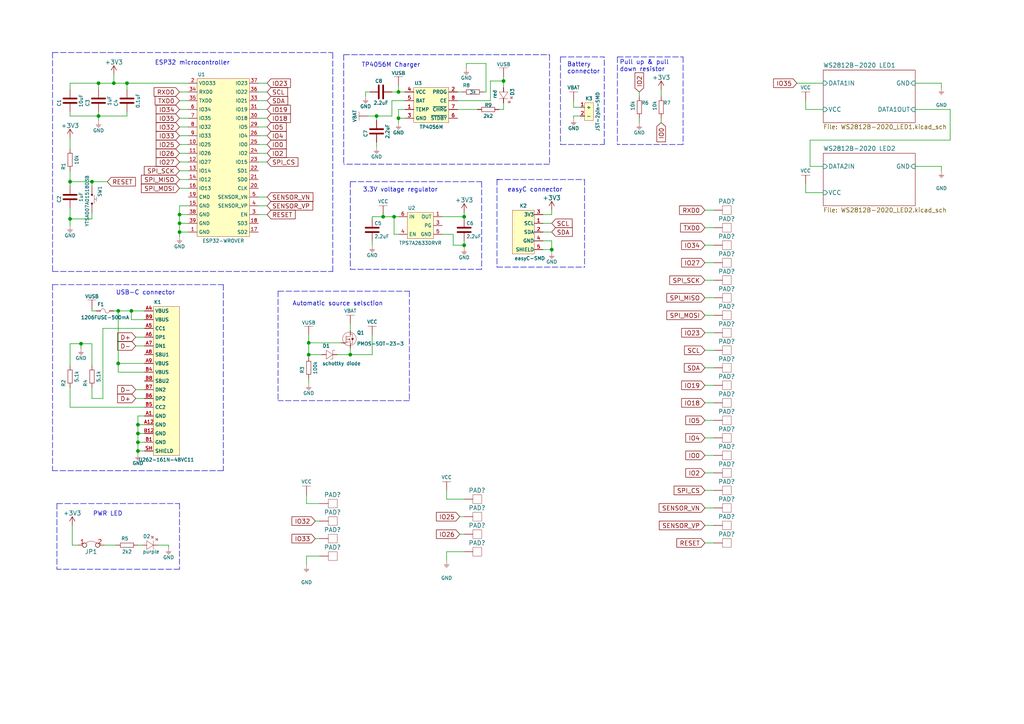
<source format=kicad_sch>
(kicad_sch (version 20210621) (generator eeschema)
  (paper "A4")
  (lib_symbols
    (symbol "e-radionica.com schematics:0402LED" (pin_numbers hide) (pin_names (offset 0.254) hide)
      (property "Reference" "D" (at -0.635 2.54 0))
      (property "Value" "0402LED" (at 0 -2.54 0))
      (symbol "0402LED_1_1"
        (pin passive line (at -1.905 0 0) (length 1.27) (name "A") (number "1"))
        (pin passive line (at 2.54 0 180) (length 1.27) (name "K") (number "2"))
      )
    )
    (symbol "e-radionica.com schematics:0402LED_1" (pin_numbers hide) (pin_names (offset 0.254) hide)
      (property "Reference" "D" (at -0.635 2.54 0))
      (property "Value" "0402LED" (at 0 -2.54 0))
      (symbol "0402LED_1_1_1"
        (pin passive line (at -1.905 0 0) (length 1.27) (name "A") (number "1"))
        (pin passive line (at 2.54 0 180) (length 1.27) (name "K") (number "2"))
      )
    )
    (symbol "e-radionica.com schematics:0402R" (pin_numbers hide) (pin_names (offset 0.254))
      (property "Reference" "R" (at -1.905 1.27 0))
      (property "Value" "0402R" (at 0 -1.27 0))
      (symbol "0402R_1_1"
        (pin passive line (at -3.175 0 0) (length 1.27) (name "~") (number "1"))
        (pin passive line (at 3.175 0 180) (length 1.27) (name "~") (number "2"))
      )
    )
    (symbol "e-radionica.com schematics:0603C" (pin_numbers hide) (pin_names (offset 0.002))
      (property "Reference" "C" (at -0.635 3.175 0))
      (property "Value" "0603C" (at 0 -3.175 0))
      (symbol "0603C_1_1"
        (pin passive line (at -3.175 0 0) (length 2.54) (name "~") (number "1"))
        (pin passive line (at 3.175 0 180) (length 2.54) (name "~") (number "2"))
      )
    )
    (symbol "e-radionica.com schematics:0603C_1" (pin_numbers hide) (pin_names (offset 0.002))
      (property "Reference" "C" (at -0.635 3.175 0))
      (property "Value" "0603C" (at 0 -3.175 0))
      (symbol "0603C_1_1_1"
        (pin passive line (at -3.175 0 0) (length 2.54) (name "~") (number "1"))
        (pin passive line (at 3.175 0 180) (length 2.54) (name "~") (number "2"))
      )
    )
    (symbol "e-radionica.com schematics:0603C_2" (pin_numbers hide) (pin_names (offset 0.002))
      (property "Reference" "C" (at -0.635 3.175 0))
      (property "Value" "0603C" (at 0 -3.175 0))
      (symbol "0603C_2_1_1"
        (pin passive line (at -3.175 0 0) (length 2.54) (name "~") (number "1"))
        (pin passive line (at 3.175 0 180) (length 2.54) (name "~") (number "2"))
      )
    )
    (symbol "e-radionica.com schematics:0603C_3" (pin_numbers hide) (pin_names (offset 0.002))
      (property "Reference" "C" (at -0.635 3.175 0))
      (property "Value" "0603C" (at 0 -3.175 0))
      (symbol "0603C_3_1_1"
        (pin passive line (at -3.175 0 0) (length 2.54) (name "~") (number "1"))
        (pin passive line (at 3.175 0 180) (length 2.54) (name "~") (number "2"))
      )
    )
    (symbol "e-radionica.com schematics:0603R" (pin_numbers hide) (pin_names (offset 0.254))
      (property "Reference" "R" (at -1.905 1.905 0))
      (property "Value" "0603R" (at 0 -1.905 0))
      (symbol "0603R_1_1"
        (pin passive line (at -3.175 0 0) (length 1.27) (name "~") (number "1"))
        (pin passive line (at 3.175 0 180) (length 1.27) (name "~") (number "2"))
      )
    )
    (symbol "e-radionica.com schematics:0603R_1" (pin_numbers hide) (pin_names (offset 0.254))
      (property "Reference" "R" (at -1.905 1.905 0))
      (property "Value" "0603R" (at 0 -1.905 0))
      (symbol "0603R_1_1_1"
        (pin passive line (at -3.175 0 0) (length 1.27) (name "~") (number "1"))
        (pin passive line (at 3.175 0 180) (length 1.27) (name "~") (number "2"))
      )
    )
    (symbol "e-radionica.com schematics:0603R_2" (pin_numbers hide) (pin_names (offset 0.254))
      (property "Reference" "R" (at -1.905 1.905 0))
      (property "Value" "0603R" (at 0 -1.905 0))
      (symbol "0603R_2_1_1"
        (pin passive line (at -3.175 0 0) (length 1.27) (name "~") (number "1"))
        (pin passive line (at 3.175 0 180) (length 1.27) (name "~") (number "2"))
      )
    )
    (symbol "e-radionica.com schematics:0603R_3" (pin_numbers hide) (pin_names (offset 0.254))
      (property "Reference" "R" (at -1.905 1.905 0))
      (property "Value" "0603R" (at 0 -1.905 0))
      (symbol "0603R_3_1_1"
        (pin passive line (at -3.175 0 0) (length 1.27) (name "~") (number "1"))
        (pin passive line (at 3.175 0 180) (length 1.27) (name "~") (number "2"))
      )
    )
    (symbol "e-radionica.com schematics:1206C" (pin_numbers hide)
      (property "Reference" "C" (at -0.635 3.175 0))
      (property "Value" "1206C" (at 0 -3.175 0))
      (symbol "1206C_1_1"
        (pin passive line (at -3.175 0 0) (length 2.54) (name "~") (number "1"))
        (pin passive line (at 3.175 0 180) (length 2.54) (name "~") (number "2"))
      )
    )
    (symbol "e-radionica.com schematics:1206FUSE" (pin_numbers hide) (pin_names hide)
      (property "Reference" "F" (at -1.27 1.905 0))
      (property "Value" "1206FUSE" (at 0 -1.905 0))
      (symbol "1206FUSE_1_1"
        (pin passive line (at -2.54 0 0) (length 1.27) (name "~") (number "1"))
        (pin passive line (at 2.54 0 180) (length 1.27) (name "~") (number "2"))
      )
    )
    (symbol "e-radionica.com schematics:BAT20J" (pin_numbers hide) (pin_names hide)
      (property "Reference" "D" (at 0 2.54 0))
      (property "Value" "BAT20J" (at 0 -2.54 0))
      (symbol "BAT20J_1_1"
        (pin passive line (at -1.905 0 0) (length 1.27) (name "A") (number "1"))
        (pin passive line (at 2.54 0 180) (length 1.27) (name "K") (number "2"))
      )
    )
    (symbol "e-radionica.com schematics:ESP32-WROVER"
      (property "Reference" "U" (at -6.35 25.4 0))
      (property "Value" "ESP32-WROVER" (at 0 -22.86 0))
      (symbol "ESP32-WROVER_1_1"
        (pin power_in line (at -10.16 -20.32 0) (length 2.54) (name "GND") (number "1"))
        (pin bidirectional line (at -10.16 5.08 0) (length 2.54) (name "IO25") (number "10"))
        (pin bidirectional line (at -10.16 2.54 0) (length 2.54) (name "IO26") (number "11"))
        (pin bidirectional line (at -10.16 0 0) (length 2.54) (name "IO27") (number "12"))
        (pin bidirectional line (at -10.16 -2.54 0) (length 2.54) (name "IO14") (number "13"))
        (pin bidirectional line (at -10.16 -5.08 0) (length 2.54) (name "IO12") (number "14"))
        (pin power_in line (at -10.16 -12.7 0) (length 2.54) (name "GND") (number "15"))
        (pin bidirectional line (at -10.16 -7.62 0) (length 2.54) (name "IO13") (number "16"))
        (pin bidirectional line (at 10.16 -20.32 180) (length 2.54) (name "SD2") (number "17"))
        (pin bidirectional line (at 10.16 -17.78 180) (length 2.54) (name "SD3") (number "18"))
        (pin bidirectional line (at -10.16 -10.16 0) (length 2.54) (name "CMD") (number "19"))
        (pin power_in line (at -10.16 22.86 0) (length 2.54) (name "VDD33") (number "2"))
        (pin bidirectional line (at 10.16 -7.62 180) (length 2.54) (name "CLK") (number "20"))
        (pin bidirectional line (at 10.16 -5.08 180) (length 2.54) (name "SD0") (number "21"))
        (pin bidirectional line (at 10.16 -2.54 180) (length 2.54) (name "SD1") (number "22"))
        (pin bidirectional line (at 10.16 0 180) (length 2.54) (name "IO15") (number "23"))
        (pin bidirectional line (at 10.16 2.54 180) (length 2.54) (name "IO2") (number "24"))
        (pin bidirectional line (at 10.16 5.08 180) (length 2.54) (name "IO0") (number "25"))
        (pin bidirectional line (at 10.16 7.62 180) (length 2.54) (name "IO4") (number "26"))
        (pin bidirectional line (at 10.16 10.16 180) (length 2.54) (name "IO5") (number "29"))
        (pin bidirectional line (at 10.16 -15.24 180) (length 2.54) (name "EN") (number "3"))
        (pin bidirectional line (at 10.16 12.7 180) (length 2.54) (name "IO18") (number "30"))
        (pin bidirectional line (at 10.16 15.24 180) (length 2.54) (name "IO19") (number "31"))
        (pin bidirectional line (at 10.16 17.78 180) (length 2.54) (name "IO21") (number "33"))
        (pin bidirectional line (at -10.16 20.32 0) (length 2.54) (name "RXD0") (number "34"))
        (pin bidirectional line (at -10.16 17.78 0) (length 2.54) (name "TXD0") (number "35"))
        (pin bidirectional line (at 10.16 20.32 180) (length 2.54) (name "IO22") (number "36"))
        (pin bidirectional line (at 10.16 22.86 180) (length 2.54) (name "IO23") (number "37"))
        (pin power_in line (at -10.16 -15.24 0) (length 2.54) (name "GND") (number "38"))
        (pin power_in line (at -10.16 -17.78 0) (length 2.54) (name "GND") (number "39"))
        (pin bidirectional line (at 10.16 -12.7 180) (length 2.54) (name "SENSOR_VP") (number "4"))
        (pin bidirectional line (at 10.16 -10.16 180) (length 2.54) (name "SENSOR_VN") (number "5"))
        (pin bidirectional line (at -10.16 15.24 0) (length 2.54) (name "IO34") (number "6"))
        (pin bidirectional line (at -10.16 12.7 0) (length 2.54) (name "IO35") (number "7"))
        (pin bidirectional line (at -10.16 10.16 0) (length 2.54) (name "IO32") (number "8"))
        (pin bidirectional line (at -10.16 7.62 0) (length 2.54) (name "IO33") (number "9"))
      )
    )
    (symbol "e-radionica.com schematics:GND" (power) (pin_names (offset 0))
      (property "Value" "GND" (at 0 -2.921 0))
      (symbol "GND_1_1"
        (pin power_in line (at 0 0 270) (length 0) hide (name "GND") (number "1"))
      )
    )
    (symbol "e-radionica.com schematics:GND_1" (power) (pin_names (offset 0))
      (property "Value" "GND" (at 0 -2.921 0))
      (symbol "GND_1_1_1"
        (pin power_in line (at 0 0 270) (length 0) hide (name "GND") (number "1"))
      )
    )
    (symbol "e-radionica.com schematics:GND_2" (power) (pin_names (offset 0))
      (property "Value" "GND" (at 0 -2.921 0))
      (symbol "GND_2_1_1"
        (pin power_in line (at 0 0 270) (length 0) hide (name "GND") (number "1"))
      )
    )
    (symbol "e-radionica.com schematics:GND_3" (power) (pin_names (offset 0))
      (property "Value" "GND" (at 0 -2.921 0))
      (symbol "GND_3_1_1"
        (pin power_in line (at 0 0 270) (length 0) hide (name "GND") (number "1"))
      )
    )
    (symbol "e-radionica.com schematics:GND_4" (power) (pin_names (offset 0))
      (property "Value" "GND" (at 0 -2.921 0))
      (symbol "GND_4_1_1"
        (pin power_in line (at 0 0 270) (length 0) hide (name "GND") (number "1"))
      )
    )
    (symbol "e-radionica.com schematics:GND_5" (power) (pin_names (offset 0))
      (property "Value" "GND" (at 0 -2.921 0))
      (symbol "GND_5_1_1"
        (pin power_in line (at 0 0 270) (length 0) hide (name "GND") (number "1"))
      )
    )
    (symbol "e-radionica.com schematics:GND_6" (power) (pin_names (offset 0))
      (property "Value" "GND" (at 0 -2.921 0))
      (symbol "GND_6_1_1"
        (pin power_in line (at 0 0 270) (length 0) hide (name "GND") (number "1"))
      )
    )
    (symbol "e-radionica.com schematics:GND_7" (power) (pin_names (offset 0))
      (property "Value" "GND" (at 0 -2.921 0))
      (symbol "GND_7_1_1"
        (pin power_in line (at 0 0 270) (length 0) hide (name "GND") (number "1"))
      )
    )
    (symbol "e-radionica.com schematics:GND_8" (power) (pin_names (offset 0))
      (property "Value" "GND" (at 0 -2.921 0))
      (symbol "GND_8_1_1"
        (pin power_in line (at 0 0 270) (length 0) hide (name "GND") (number "1"))
      )
    )
    (symbol "e-radionica.com schematics:GND_9" (power) (pin_names (offset 0))
      (property "Value" "GND" (at 0 -2.921 0))
      (symbol "GND_9_1_1"
        (pin power_in line (at 0 0 270) (length 0) hide (name "GND") (number "1"))
      )
    )
    (symbol "e-radionica.com schematics:JST-2pin-SMD"
      (property "Reference" "K" (at -1.27 5.08 0))
      (property "Value" "JST-2pin-SMD" (at 0 -2.54 0))
      (symbol "JST-2pin-SMD_1_1"
        (pin passive line (at 1.27 0 180) (length 1.27) (name "+") (number "1"))
        (pin passive line (at 1.27 2.54 180) (length 1.27) (name "-") (number "2"))
      )
    )
    (symbol "e-radionica.com schematics:PAD_2x1.5" (pin_numbers hide) (pin_names hide)
      (property "Reference" "PAD" (at 0 2.54 0))
      (property "Value" "PAD_2x1.5" (at 0 -2.54 0))
      (symbol "PAD_2x1.5_1_1"
        (pin passive line (at -3.81 0 0) (length 2.54) (name "~") (number "1"))
      )
    )
    (symbol "e-radionica.com schematics:PMOS-SOT-23-3" (pin_numbers hide) (pin_names hide)
      (property "Reference" "Q" (at -0.762 3.302 0))
      (property "Value" "PMOS-SOT-23-3" (at 0.381 -4.064 0))
      (symbol "PMOS-SOT-23-3_1_1"
        (pin passive line (at -1.27 -1.016 0) (length 1.27) (name "G") (number "1"))
        (pin passive line (at 1.27 -2.54 90) (length 1.27) (name "S") (number "2"))
        (pin passive line (at 1.27 2.54 270) (length 1.27) (name "D") (number "3"))
      )
    )
    (symbol "e-radionica.com schematics:SMD-JUMPER-CONNECTED_TRACE_SLODERMASK"
      (property "Reference" "JP" (at 0 3.556 0))
      (property "Value" "SMD-JUMPER-CONNECTED_TRACE_SLODERMASK" (at 0 -2.54 0))
      (symbol "SMD-JUMPER-CONNECTED_TRACE_SLODERMASK_1_1"
        (pin passive inverted (at -4.064 0 0) (length 2.54) (name "") (number "1"))
        (pin passive inverted (at 3.556 0 180) (length 2.54) (name "") (number "2"))
      )
    )
    (symbol "e-radionica.com schematics:TP4056M"
      (property "Reference" "U" (at -3.81 5.08 0))
      (property "Value" "TP4056M" (at 0 -7.62 0))
      (symbol "TP4056M_1_1"
        (pin passive line (at -7.62 -2.54 0) (length 2.54) (name "TEMP") (number "1"))
        (pin passive line (at 7.62 2.54 180) (length 2.54) (name "PROG") (number "2"))
        (pin passive line (at -7.62 -5.08 0) (length 2.54) (name "GND") (number "3"))
        (pin passive line (at -7.62 2.54 0) (length 2.54) (name "VCC") (number "4"))
        (pin passive line (at -7.62 0 0) (length 2.54) (name "BAT") (number "5"))
        (pin passive line (at 7.62 -5.08 180) (length 2.54) (name "~{STDBY}") (number "6"))
        (pin passive line (at 7.62 -2.54 180) (length 2.54) (name "~{CHRG}") (number "7"))
        (pin passive line (at 7.62 0 180) (length 2.54) (name "CE") (number "8"))
      )
    )
    (symbol "e-radionica.com schematics:TPS7A2633DRVR"
      (property "Reference" "U" (at -3.175 5.08 0))
      (property "Value" "TPS7A2633DRVR" (at 0 -5.08 0))
      (symbol "TPS7A2633DRVR_1_1"
        (pin passive line (at 6.35 2.54 180) (length 2.54) (name "OUT") (number "1"))
        (pin passive line (at 6.35 0 180) (length 2.54) (name "PG") (number "3"))
        (pin passive line (at -6.35 -2.54 0) (length 2.54) (name "EN") (number "4"))
        (pin passive line (at 6.35 -2.54 180) (length 2.54) (name "GND") (number "5"))
        (pin passive line (at -6.35 2.54 0) (length 2.54) (name "IN") (number "6"))
      )
    )
    (symbol "e-radionica.com schematics:U262-161N-4BVC11"
      (property "Reference" "K" (at 0 22.86 0))
      (property "Value" "U262-161N-4BVC11" (at 2.54 -22.86 0))
      (symbol "U262-161N-4BVC11_1_1"
        (pin passive line (at -3.81 -10.16 0) (length 2.54) (name "GND") (number "A1"))
        (pin passive line (at -3.81 -12.7 0) (length 2.54) (name "GND") (number "A12"))
        (pin passive line (at -3.81 20.32 0) (length 2.54) (name "VBUS") (number "A4"))
        (pin passive line (at -3.81 15.24 0) (length 2.54) (name "CC1") (number "A5"))
        (pin passive line (at -3.81 12.7 0) (length 2.54) (name "DP1") (number "A6"))
        (pin passive line (at -3.81 10.16 0) (length 2.54) (name "DN1") (number "A7"))
        (pin passive line (at -3.81 7.62 0) (length 2.54) (name "SBU1") (number "A8"))
        (pin passive line (at -3.81 5.08 0) (length 2.54) (name "VBUS") (number "A9"))
        (pin passive line (at -3.81 -17.78 0) (length 2.54) (name "GND") (number "B1"))
        (pin passive line (at -3.81 -15.24 0) (length 2.54) (name "GND") (number "B12"))
        (pin passive line (at -3.81 2.54 0) (length 2.54) (name "VBUS") (number "B4"))
        (pin passive line (at -3.81 -7.62 0) (length 2.54) (name "CC2") (number "B5"))
        (pin passive line (at -3.81 -5.08 0) (length 2.54) (name "DP2") (number "B6"))
        (pin passive line (at -3.81 -2.54 0) (length 2.54) (name "DN2") (number "B7"))
        (pin passive line (at -3.81 0 0) (length 2.54) (name "SBU2") (number "B8"))
        (pin passive line (at -3.81 17.78 0) (length 2.54) (name "VBUS") (number "B9"))
        (pin passive line (at -3.81 -20.32 0) (length 2.54) (name "SHIELD") (number "SH"))
      )
    )
    (symbol "e-radionica.com schematics:VBAT" (power) (pin_names (offset 0))
      (property "Value" "VBAT" (at 0 3.556 0))
      (symbol "VBAT_1_1"
        (pin power_in line (at 0 0 90) (length 0) hide (name "VBAT") (number "1"))
      )
    )
    (symbol "e-radionica.com schematics:VCC" (power) (pin_names (offset 0))
      (property "Value" "VCC" (at 0 3.556 0))
      (symbol "VCC_1_1"
        (pin power_in line (at 0 0 90) (length 0) hide (name "VCC") (number "1"))
      )
    )
    (symbol "e-radionica.com schematics:VCC_1" (power) (pin_names (offset 0))
      (property "Value" "VCC" (at 0 3.556 0))
      (symbol "VCC_1_1_1"
        (pin power_in line (at 0 0 90) (length 0) hide (name "VCC") (number "1"))
      )
    )
    (symbol "e-radionica.com schematics:VCC_2" (power) (pin_names (offset 0))
      (property "Value" "VCC" (at 0 3.556 0))
      (symbol "VCC_2_1_1"
        (pin power_in line (at 0 0 90) (length 0) hide (name "VCC") (number "1"))
      )
    )
    (symbol "e-radionica.com schematics:VCC_3" (power) (pin_names (offset 0))
      (property "Value" "VCC" (at 0 3.556 0))
      (symbol "VCC_3_1_1"
        (pin power_in line (at 0 0 90) (length 0) hide (name "VCC") (number "1"))
      )
    )
    (symbol "e-radionica.com schematics:VUSB" (power) (pin_names (offset 0))
      (property "Value" "VUSB" (at 0 3.556 0))
      (symbol "VUSB_1_1"
        (pin power_in line (at 0 0 90) (length 0) hide (name "VUSB") (number "1"))
      )
    )
    (symbol "e-radionica.com schematics:VUSB_2" (power) (pin_names (offset 0))
      (property "Value" "VUSB" (at 0 3.556 0))
      (symbol "VUSB_2_1_1"
        (pin power_in line (at 0 0 90) (length 0) hide (name "VUSB") (number "1"))
      )
    )
    (symbol "e-radionica.com schematics:VUSB_4" (power) (pin_names (offset 0))
      (property "Value" "VUSB" (at 0 3.556 0))
      (symbol "VUSB_4_1_1"
        (pin power_in line (at 0 0 90) (length 0) hide (name "VUSB") (number "1"))
      )
    )
    (symbol "e-radionica.com schematics:YTSA007A0151803B" (pin_numbers hide) (pin_names hide)
      (property "Reference" "SW" (at -1.016 2.286 0))
      (property "Value" "YTSA007A0151803B" (at 1.778 -2.032 0))
      (symbol "YTSA007A0151803B_1_1"
        (pin passive line (at -2.54 0 0) (length 2.54) (name "~") (number "1"))
        (pin passive line (at 5.08 0 180) (length 2.54) (name "~") (number "2"))
      )
    )
    (symbol "e-radionica.com schematics:easyC-SMD" (pin_names (offset 0.002))
      (property "Reference" "K" (at -2.54 10.16 0))
      (property "Value" "easyC-SMD" (at 0 -5.08 0))
      (symbol "easyC-SMD_1_1"
        (pin passive line (at 5.715 5.08 180) (length 2.54) (name "SCL") (number "1"))
        (pin passive line (at 5.715 2.54 180) (length 2.54) (name "SDA") (number "2"))
        (pin passive line (at 5.715 7.62 180) (length 2.54) (name "3V3") (number "3"))
        (pin passive line (at 5.715 0 180) (length 2.54) (name "GND") (number "4"))
        (pin passive line (at 5.715 -2.54 180) (length 2.54) (name "SHIELD") (number "5"))
      )
    )
    (symbol "power:+3V3" (power) (pin_names (offset 0))
      (property "Value" "+3V3" (at 0 3.556 0))
      (symbol "+3V3_1_1"
        (pin power_in line (at 0 0 90) (length 0) hide (name "+3V3") (number "1"))
      )
    )
  )
  (junction (at 20.32 52.705) (diameter 0.9144))
  (junction (at 20.32 63.5) (diameter 0.9144))
  (junction (at 23.495 99.695) (diameter 0.9144))
  (junction (at 26.67 52.705) (diameter 0.9144))
  (junction (at 28.575 24.13) (diameter 0.9144))
  (junction (at 28.575 33.655) (diameter 0.9144))
  (junction (at 33.02 24.13) (diameter 0.9144))
  (junction (at 34.29 90.17) (diameter 0.9144))
  (junction (at 34.29 105.41) (diameter 0.9144))
  (junction (at 36.83 24.13) (diameter 0.9144))
  (junction (at 38.1 90.17) (diameter 0.9144))
  (junction (at 40.005 123.19) (diameter 0.9144))
  (junction (at 40.005 125.73) (diameter 0.9144))
  (junction (at 40.005 128.27) (diameter 0.9144))
  (junction (at 40.005 130.81) (diameter 0.9144))
  (junction (at 52.07 62.23) (diameter 0.9144))
  (junction (at 52.07 64.77) (diameter 0.9144))
  (junction (at 52.07 67.31) (diameter 0.9144))
  (junction (at 89.535 99.441) (diameter 0.9144))
  (junction (at 89.535 102.87) (diameter 0.9144))
  (junction (at 101.6 102.87) (diameter 0.9144))
  (junction (at 109.22 33.655) (diameter 0.9144))
  (junction (at 111.125 62.865) (diameter 0.9144))
  (junction (at 114.3 62.865) (diameter 0.9144))
  (junction (at 115.57 26.67) (diameter 0.9144))
  (junction (at 115.57 34.29) (diameter 0.9144))
  (junction (at 134.62 62.865) (diameter 0.9144))
  (junction (at 134.62 71.12) (diameter 0.9144))
  (junction (at 146.05 23.495) (diameter 0.9144))
  (junction (at 160.02 72.39) (diameter 0.9144))
  (wire (pts (xy 20.32 24.13) (xy 28.575 24.13)))
  (wire (pts (xy 20.32 26.035) (xy 20.32 24.13)))
  (wire (pts (xy 20.32 32.385) (xy 20.32 33.655)))
  (wire (pts (xy 20.32 33.655) (xy 28.575 33.655)))
  (wire (pts (xy 20.32 40.005) (xy 20.32 43.18)))
  (wire (pts (xy 20.32 49.53) (xy 20.32 52.705)))
  (wire (pts (xy 20.32 52.705) (xy 20.32 53.975)))
  (wire (pts (xy 20.32 52.705) (xy 26.67 52.705)))
  (wire (pts (xy 20.32 60.325) (xy 20.32 63.5)))
  (wire (pts (xy 20.32 63.5) (xy 20.32 65.405)))
  (wire (pts (xy 20.32 63.5) (xy 26.67 63.5)))
  (wire (pts (xy 20.32 99.695) (xy 20.32 106.045)))
  (wire (pts (xy 20.32 99.695) (xy 23.495 99.695)))
  (wire (pts (xy 20.32 112.395) (xy 20.32 118.11)))
  (wire (pts (xy 20.955 158.115) (xy 20.955 152.4)))
  (wire (pts (xy 22.606 158.115) (xy 20.955 158.115)))
  (wire (pts (xy 23.495 99.695) (xy 23.495 100.965)))
  (wire (pts (xy 23.495 99.695) (xy 26.67 99.695)))
  (wire (pts (xy 26.67 52.705) (xy 26.67 53.975)))
  (wire (pts (xy 26.67 52.705) (xy 31.115 52.705)))
  (wire (pts (xy 26.67 61.595) (xy 26.67 63.5)))
  (wire (pts (xy 26.67 90.17) (xy 26.67 89.535)))
  (wire (pts (xy 26.67 99.695) (xy 26.67 106.045)))
  (wire (pts (xy 26.67 112.395) (xy 26.67 115.57)))
  (wire (pts (xy 26.67 115.57) (xy 29.845 115.57)))
  (wire (pts (xy 27.94 90.17) (xy 26.67 90.17)))
  (wire (pts (xy 28.575 24.13) (xy 28.575 26.035)))
  (wire (pts (xy 28.575 24.13) (xy 33.02 24.13)))
  (wire (pts (xy 28.575 32.385) (xy 28.575 33.655)))
  (wire (pts (xy 28.575 33.655) (xy 28.575 34.925)))
  (wire (pts (xy 28.575 33.655) (xy 36.83 33.655)))
  (wire (pts (xy 29.845 95.25) (xy 41.91 95.25)))
  (wire (pts (xy 29.845 115.57) (xy 29.845 95.25)))
  (wire (pts (xy 30.226 158.115) (xy 33.655 158.115)))
  (wire (pts (xy 33.02 21.59) (xy 33.02 24.13)))
  (wire (pts (xy 33.02 24.13) (xy 36.83 24.13)))
  (wire (pts (xy 33.02 90.17) (xy 34.29 90.17)))
  (wire (pts (xy 34.29 90.17) (xy 38.1 90.17)))
  (wire (pts (xy 34.29 105.41) (xy 34.29 90.17)))
  (wire (pts (xy 34.29 105.41) (xy 34.29 107.95)))
  (wire (pts (xy 34.29 105.41) (xy 41.91 105.41)))
  (wire (pts (xy 36.83 24.13) (xy 36.83 26.035)))
  (wire (pts (xy 36.83 24.13) (xy 54.61 24.13)))
  (wire (pts (xy 36.83 32.385) (xy 36.83 33.655)))
  (wire (pts (xy 38.1 90.17) (xy 41.91 90.17)))
  (wire (pts (xy 38.1 92.71) (xy 38.1 90.17)))
  (wire (pts (xy 39.37 97.79) (xy 41.91 97.79)))
  (wire (pts (xy 39.37 100.33) (xy 41.91 100.33)))
  (wire (pts (xy 39.37 113.03) (xy 41.91 113.03)))
  (wire (pts (xy 39.37 115.57) (xy 41.91 115.57)))
  (wire (pts (xy 40.005 120.65) (xy 40.005 123.19)))
  (wire (pts (xy 40.005 123.19) (xy 40.005 125.73)))
  (wire (pts (xy 40.005 123.19) (xy 41.91 123.19)))
  (wire (pts (xy 40.005 125.73) (xy 40.005 128.27)))
  (wire (pts (xy 40.005 125.73) (xy 41.91 125.73)))
  (wire (pts (xy 40.005 128.27) (xy 40.005 130.81)))
  (wire (pts (xy 40.005 128.27) (xy 41.91 128.27)))
  (wire (pts (xy 40.005 130.81) (xy 40.005 131.445)))
  (wire (pts (xy 40.005 158.115) (xy 41.275 158.115)))
  (wire (pts (xy 41.91 92.71) (xy 38.1 92.71)))
  (wire (pts (xy 41.91 107.95) (xy 34.29 107.95)))
  (wire (pts (xy 41.91 118.11) (xy 20.32 118.11)))
  (wire (pts (xy 41.91 120.65) (xy 40.005 120.65)))
  (wire (pts (xy 41.91 130.81) (xy 40.005 130.81)))
  (wire (pts (xy 45.72 158.115) (xy 48.895 158.115)))
  (wire (pts (xy 48.895 158.115) (xy 48.895 158.75)))
  (wire (pts (xy 52.07 26.67) (xy 54.61 26.67)))
  (wire (pts (xy 52.07 29.21) (xy 54.61 29.21)))
  (wire (pts (xy 52.07 31.75) (xy 54.61 31.75)))
  (wire (pts (xy 52.07 34.29) (xy 54.61 34.29)))
  (wire (pts (xy 52.07 36.83) (xy 54.61 36.83)))
  (wire (pts (xy 52.07 39.37) (xy 54.61 39.37)))
  (wire (pts (xy 52.07 41.91) (xy 54.61 41.91)))
  (wire (pts (xy 52.07 44.45) (xy 54.61 44.45)))
  (wire (pts (xy 52.07 46.99) (xy 54.61 46.99)))
  (wire (pts (xy 52.07 49.53) (xy 54.61 49.53)))
  (wire (pts (xy 52.07 52.07) (xy 54.61 52.07)))
  (wire (pts (xy 52.07 54.61) (xy 54.61 54.61)))
  (wire (pts (xy 52.07 59.69) (xy 54.61 59.69)))
  (wire (pts (xy 52.07 62.23) (xy 52.07 59.69)))
  (wire (pts (xy 52.07 62.23) (xy 54.61 62.23)))
  (wire (pts (xy 52.07 64.77) (xy 52.07 62.23)))
  (wire (pts (xy 52.07 64.77) (xy 54.61 64.77)))
  (wire (pts (xy 52.07 67.31) (xy 52.07 64.77)))
  (wire (pts (xy 52.07 67.31) (xy 54.61 67.31)))
  (wire (pts (xy 52.07 68.58) (xy 52.07 67.31)))
  (wire (pts (xy 74.93 24.13) (xy 77.47 24.13)))
  (wire (pts (xy 74.93 26.67) (xy 77.47 26.67)))
  (wire (pts (xy 74.93 29.21) (xy 77.47 29.21)))
  (wire (pts (xy 74.93 31.75) (xy 77.47 31.75)))
  (wire (pts (xy 74.93 34.29) (xy 77.47 34.29)))
  (wire (pts (xy 74.93 36.83) (xy 77.47 36.83)))
  (wire (pts (xy 74.93 39.37) (xy 77.47 39.37)))
  (wire (pts (xy 74.93 41.91) (xy 77.47 41.91)))
  (wire (pts (xy 74.93 44.45) (xy 77.47 44.45)))
  (wire (pts (xy 74.93 46.99) (xy 77.47 46.99)))
  (wire (pts (xy 74.93 57.15) (xy 77.47 57.15)))
  (wire (pts (xy 74.93 59.69) (xy 77.47 59.69)))
  (wire (pts (xy 74.93 62.23) (xy 77.47 62.23)))
  (wire (pts (xy 88.9 146.05) (xy 88.9 143.51)))
  (wire (pts (xy 88.9 161.29) (xy 88.9 163.83)))
  (wire (pts (xy 89.535 97.155) (xy 89.535 99.441)))
  (wire (pts (xy 89.535 99.441) (xy 89.535 102.87)))
  (wire (pts (xy 89.535 99.441) (xy 99.06 99.441)))
  (wire (pts (xy 89.535 102.87) (xy 89.535 103.505)))
  (wire (pts (xy 89.535 102.87) (xy 93.345 102.87)))
  (wire (pts (xy 89.535 109.855) (xy 89.535 111.125)))
  (wire (pts (xy 91.44 151.13) (xy 92.71 151.13)))
  (wire (pts (xy 91.44 156.21) (xy 92.71 156.21)))
  (wire (pts (xy 92.71 146.05) (xy 88.9 146.05)))
  (wire (pts (xy 92.71 161.29) (xy 88.9 161.29)))
  (wire (pts (xy 97.79 102.87) (xy 101.6 102.87)))
  (wire (pts (xy 101.6 93.98) (xy 101.6 95.885)))
  (wire (pts (xy 101.6 102.87) (xy 101.6 100.965)))
  (wire (pts (xy 101.6 102.87) (xy 107.95 102.87)))
  (wire (pts (xy 106.045 26.67) (xy 106.045 27.94)))
  (wire (pts (xy 106.68 33.655) (xy 109.22 33.655)))
  (wire (pts (xy 107.315 26.67) (xy 106.045 26.67)))
  (wire (pts (xy 107.95 62.865) (xy 111.125 62.865)))
  (wire (pts (xy 107.95 63.5) (xy 107.95 62.865)))
  (wire (pts (xy 107.95 69.85) (xy 107.95 71.12)))
  (wire (pts (xy 107.95 97.155) (xy 107.95 102.87)))
  (wire (pts (xy 109.22 33.655) (xy 109.22 34.925)))
  (wire (pts (xy 109.22 33.655) (xy 113.665 33.655)))
  (wire (pts (xy 109.22 41.275) (xy 109.22 42.545)))
  (wire (pts (xy 111.125 62.865) (xy 111.125 62.23)))
  (wire (pts (xy 113.665 26.67) (xy 115.57 26.67)))
  (wire (pts (xy 113.665 29.21) (xy 113.665 33.655)))
  (wire (pts (xy 114.3 62.865) (xy 111.125 62.865)))
  (wire (pts (xy 114.3 67.945) (xy 114.3 62.865)))
  (wire (pts (xy 115.57 26.67) (xy 115.57 24.765)))
  (wire (pts (xy 115.57 31.75) (xy 115.57 34.29)))
  (wire (pts (xy 115.57 34.29) (xy 115.57 35.56)))
  (wire (pts (xy 115.57 62.865) (xy 114.3 62.865)))
  (wire (pts (xy 115.57 67.945) (xy 114.3 67.945)))
  (wire (pts (xy 117.475 26.67) (xy 115.57 26.67)))
  (wire (pts (xy 117.475 29.21) (xy 113.665 29.21)))
  (wire (pts (xy 117.475 31.75) (xy 115.57 31.75)))
  (wire (pts (xy 117.475 34.29) (xy 115.57 34.29)))
  (wire (pts (xy 128.27 62.865) (xy 134.62 62.865)))
  (wire (pts (xy 128.27 67.945) (xy 131.445 67.945)))
  (wire (pts (xy 129.54 144.78) (xy 129.54 142.24)))
  (wire (pts (xy 129.54 160.02) (xy 129.54 162.56)))
  (wire (pts (xy 131.445 67.945) (xy 131.445 71.12)))
  (wire (pts (xy 131.445 71.12) (xy 134.62 71.12)))
  (wire (pts (xy 132.715 26.67) (xy 133.985 26.67)))
  (wire (pts (xy 132.715 29.21) (xy 142.24 29.21)))
  (wire (pts (xy 132.715 31.75) (xy 138.43 31.75)))
  (wire (pts (xy 133.35 149.86) (xy 134.62 149.86)))
  (wire (pts (xy 133.35 154.94) (xy 134.62 154.94)))
  (wire (pts (xy 134.62 61.595) (xy 134.62 62.865)))
  (wire (pts (xy 134.62 62.865) (xy 134.62 63.5)))
  (wire (pts (xy 134.62 69.85) (xy 134.62 71.12)))
  (wire (pts (xy 134.62 71.12) (xy 134.62 71.755)))
  (wire (pts (xy 134.62 144.78) (xy 129.54 144.78)))
  (wire (pts (xy 134.62 160.02) (xy 129.54 160.02)))
  (wire (pts (xy 135.255 18.415) (xy 135.255 19.685)))
  (wire (pts (xy 140.335 26.67) (xy 140.97 26.67)))
  (wire (pts (xy 140.97 18.415) (xy 135.255 18.415)))
  (wire (pts (xy 140.97 26.67) (xy 140.97 18.415)))
  (wire (pts (xy 142.24 23.495) (xy 146.05 23.495)))
  (wire (pts (xy 142.24 29.21) (xy 142.24 23.495)))
  (wire (pts (xy 144.78 31.75) (xy 146.05 31.75)))
  (wire (pts (xy 146.05 22.225) (xy 146.05 23.495)))
  (wire (pts (xy 146.05 23.495) (xy 146.05 25.4)))
  (wire (pts (xy 146.05 31.75) (xy 146.05 29.845)))
  (wire (pts (xy 157.48 62.23) (xy 160.02 62.23)))
  (wire (pts (xy 157.48 64.77) (xy 160.02 64.77)))
  (wire (pts (xy 157.48 67.31) (xy 160.02 67.31)))
  (wire (pts (xy 157.48 69.85) (xy 160.02 69.85)))
  (wire (pts (xy 157.48 72.39) (xy 160.02 72.39)))
  (wire (pts (xy 160.02 62.23) (xy 160.02 60.96)))
  (wire (pts (xy 160.02 69.85) (xy 160.02 72.39)))
  (wire (pts (xy 160.02 72.39) (xy 160.02 73.025)))
  (wire (pts (xy 166.37 31.115) (xy 166.37 29.21)))
  (wire (pts (xy 166.37 33.655) (xy 166.37 34.29)))
  (wire (pts (xy 168.275 31.115) (xy 166.37 31.115)))
  (wire (pts (xy 168.275 33.655) (xy 166.37 33.655)))
  (wire (pts (xy 185.42 26.67) (xy 185.42 27.94)))
  (wire (pts (xy 185.42 34.29) (xy 185.42 35.56)))
  (wire (pts (xy 191.77 26.035) (xy 191.77 27.94)))
  (wire (pts (xy 191.77 34.29) (xy 191.77 35.56)))
  (wire (pts (xy 204.47 60.96) (xy 207.01 60.96)))
  (wire (pts (xy 204.47 66.04) (xy 207.01 66.04)))
  (wire (pts (xy 204.47 71.12) (xy 207.01 71.12)))
  (wire (pts (xy 204.47 76.2) (xy 207.01 76.2)))
  (wire (pts (xy 204.47 81.28) (xy 207.01 81.28)))
  (wire (pts (xy 204.47 86.36) (xy 207.01 86.36)))
  (wire (pts (xy 204.47 91.44) (xy 207.01 91.44)))
  (wire (pts (xy 204.47 96.52) (xy 207.01 96.52)))
  (wire (pts (xy 204.47 101.6) (xy 207.01 101.6)))
  (wire (pts (xy 204.47 106.68) (xy 207.01 106.68)))
  (wire (pts (xy 204.47 111.76) (xy 207.01 111.76)))
  (wire (pts (xy 204.47 116.84) (xy 207.01 116.84)))
  (wire (pts (xy 204.47 121.92) (xy 207.01 121.92)))
  (wire (pts (xy 204.47 127) (xy 207.01 127)))
  (wire (pts (xy 204.47 132.08) (xy 207.01 132.08)))
  (wire (pts (xy 204.47 137.16) (xy 207.01 137.16)))
  (wire (pts (xy 204.47 142.24) (xy 207.01 142.24)))
  (wire (pts (xy 204.47 147.32) (xy 207.01 147.32)))
  (wire (pts (xy 204.47 152.4) (xy 207.01 152.4)))
  (wire (pts (xy 204.47 157.48) (xy 207.01 157.48)))
  (wire (pts (xy 231.14 24.13) (xy 238.76 24.13)))
  (wire (pts (xy 233.68 31.75) (xy 233.68 29.21)))
  (wire (pts (xy 233.68 53.34) (xy 233.68 55.88)))
  (wire (pts (xy 233.68 55.88) (xy 238.76 55.88)))
  (wire (pts (xy 234.95 40.64) (xy 234.95 48.26)))
  (wire (pts (xy 234.95 48.26) (xy 238.76 48.26)))
  (wire (pts (xy 238.76 31.75) (xy 233.68 31.75)))
  (wire (pts (xy 265.43 31.75) (xy 275.59 31.75)))
  (wire (pts (xy 273.05 24.13) (xy 265.43 24.13)))
  (wire (pts (xy 273.05 25.4) (xy 273.05 24.13)))
  (wire (pts (xy 273.05 48.26) (xy 265.43 48.26)))
  (wire (pts (xy 273.05 49.53) (xy 273.05 48.26)))
  (wire (pts (xy 275.59 31.75) (xy 275.59 40.64)))
  (wire (pts (xy 275.59 40.64) (xy 234.95 40.64)))
  (polyline (pts (xy 15.24 15.24) (xy 15.24 78.74)) (stroke (width 0) (type dash)))
  (polyline (pts (xy 15.24 15.24) (xy 96.52 15.24)) (stroke (width 0) (type dash)))
  (polyline (pts (xy 15.24 78.74) (xy 96.52 78.74)) (stroke (width 0) (type dash)))
  (polyline (pts (xy 15.24 82.55) (xy 15.24 136.525)) (stroke (width 0) (type dash)))
  (polyline (pts (xy 15.24 82.55) (xy 64.77 82.55)) (stroke (width 0) (type dash)))
  (polyline (pts (xy 16.51 146.05) (xy 16.51 165.1)) (stroke (width 0) (type dash)))
  (polyline (pts (xy 16.51 146.05) (xy 52.07 146.05)) (stroke (width 0) (type dash)))
  (polyline (pts (xy 52.07 146.05) (xy 52.07 165.1)) (stroke (width 0) (type dash)))
  (polyline (pts (xy 52.07 165.1) (xy 16.51 165.1)) (stroke (width 0) (type dash)))
  (polyline (pts (xy 64.77 82.55) (xy 64.77 136.525)) (stroke (width 0) (type dash)))
  (polyline (pts (xy 64.77 136.525) (xy 15.24 136.525)) (stroke (width 0) (type dash)))
  (polyline (pts (xy 80.645 84.455) (xy 80.645 116.205)) (stroke (width 0) (type dash)))
  (polyline (pts (xy 80.645 84.455) (xy 118.745 84.455)) (stroke (width 0) (type dash)))
  (polyline (pts (xy 96.52 78.74) (xy 96.52 15.24)) (stroke (width 0) (type dash)))
  (polyline (pts (xy 99.695 15.875) (xy 99.695 47.625)) (stroke (width 0) (type dash)))
  (polyline (pts (xy 99.695 15.875) (xy 159.385 15.875)) (stroke (width 0) (type dash)))
  (polyline (pts (xy 101.6 52.705) (xy 101.6 78.105)) (stroke (width 0) (type dash)))
  (polyline (pts (xy 101.6 52.705) (xy 139.7 52.705)) (stroke (width 0) (type dash)))
  (polyline (pts (xy 118.745 84.455) (xy 118.745 116.205)) (stroke (width 0) (type dash)))
  (polyline (pts (xy 118.745 116.205) (xy 80.645 116.205)) (stroke (width 0) (type dash)))
  (polyline (pts (xy 139.7 52.705) (xy 139.7 78.105)) (stroke (width 0) (type dash)))
  (polyline (pts (xy 139.7 78.105) (xy 101.6 78.105)) (stroke (width 0) (type dash)))
  (polyline (pts (xy 144.145 52.07) (xy 144.145 77.47)) (stroke (width 0) (type dash)))
  (polyline (pts (xy 144.145 52.07) (xy 169.545 52.07)) (stroke (width 0) (type dash)))
  (polyline (pts (xy 144.145 77.47) (xy 169.545 77.47)) (stroke (width 0) (type dash)))
  (polyline (pts (xy 144.78 52.07) (xy 144.145 52.07)) (stroke (width 0) (type dash)))
  (polyline (pts (xy 159.385 15.875) (xy 159.385 47.625)) (stroke (width 0) (type dash)))
  (polyline (pts (xy 159.385 47.625) (xy 99.695 47.625)) (stroke (width 0) (type dash)))
  (polyline (pts (xy 162.56 16.51) (xy 162.56 41.91)) (stroke (width 0) (type dash)))
  (polyline (pts (xy 162.56 16.51) (xy 175.26 16.51)) (stroke (width 0) (type dash)))
  (polyline (pts (xy 162.56 41.91) (xy 175.26 41.91)) (stroke (width 0) (type dash)))
  (polyline (pts (xy 169.545 52.07) (xy 169.545 77.47)) (stroke (width 0) (type dash)))
  (polyline (pts (xy 175.26 41.91) (xy 175.26 16.51)) (stroke (width 0) (type dash)))
  (polyline (pts (xy 179.07 16.51) (xy 179.07 41.91)) (stroke (width 0) (type dash)))
  (polyline (pts (xy 179.07 16.51) (xy 198.12 16.51)) (stroke (width 0) (type dash)))
  (polyline (pts (xy 198.12 16.51) (xy 198.12 41.91)) (stroke (width 0) (type dash)))
  (polyline (pts (xy 198.12 41.91) (xy 179.07 41.91)) (stroke (width 0) (type dash)))
  (text "PWR LED" (at 35.56 149.86 180) (effects (font (size 1.27 1.27)) (justify right bottom)))
  (text "USB-C connector" (at 50.8 85.725 180) (effects (font (size 1.27 1.27)) (justify right bottom)))
  (text "ESP32 microcontroller" (at 66.675 19.05 180) (effects (font (size 1.27 1.27)) (justify right bottom)))
  (text "Automatic source selsction" (at 111.125 88.9 180) (effects (font (size 1.27 1.27)) (justify right bottom)))
  (text "TP4056M Charger\n" (at 121.92 19.685 180) (effects (font (size 1.27 1.27)) (justify right bottom)))
  (text "3.3V voltage regulator" (at 127 55.88 180) (effects (font (size 1.27 1.27)) (justify right bottom)))
  (text "easyC connector" (at 163.195 55.88 180) (effects (font (size 1.27 1.27)) (justify right bottom)))
  (text "Battery\nconnector" (at 164.465 21.59 0) (effects (font (size 1.27 1.27)) (justify left bottom)))
  (text "Pull up & pull\ndown resistor" (at 179.705 20.955 0) (effects (font (size 1.27 1.27)) (justify left bottom)))
  (global_label "RESET" (shape input) (at 31.115 52.705 0) (property "Intersheet References" "${INTERSHEET_REFS}" (effects hide)))
  (global_label "D+" (shape input) (at 39.37 97.79 180) (property "Intersheet References" "${INTERSHEET_REFS}" (effects hide)))
  (global_label "D-" (shape input) (at 39.37 100.33 180) (property "Intersheet References" "${INTERSHEET_REFS}" (effects hide)))
  (global_label "D-" (shape input) (at 39.37 113.03 180) (property "Intersheet References" "${INTERSHEET_REFS}" (effects hide)))
  (global_label "D+" (shape input) (at 39.37 115.57 180) (property "Intersheet References" "${INTERSHEET_REFS}" (effects hide)))
  (global_label "RXD0" (shape input) (at 52.07 26.67 180) (property "Intersheet References" "${INTERSHEET_REFS}" (effects hide)))
  (global_label "TXD0" (shape input) (at 52.07 29.21 180) (property "Intersheet References" "${INTERSHEET_REFS}" (effects hide)))
  (global_label "IO34" (shape input) (at 52.07 31.75 180) (property "Intersheet References" "${INTERSHEET_REFS}" (effects hide)))
  (global_label "IO35" (shape input) (at 52.07 34.29 180) (property "Intersheet References" "${INTERSHEET_REFS}" (effects hide)))
  (global_label "IO32" (shape input) (at 52.07 36.83 180) (property "Intersheet References" "${INTERSHEET_REFS}" (effects hide)))
  (global_label "IO33" (shape input) (at 52.07 39.37 180) (property "Intersheet References" "${INTERSHEET_REFS}" (effects hide)))
  (global_label "IO25" (shape input) (at 52.07 41.91 180) (property "Intersheet References" "${INTERSHEET_REFS}" (effects hide)))
  (global_label "IO26" (shape input) (at 52.07 44.45 180) (property "Intersheet References" "${INTERSHEET_REFS}" (effects hide)))
  (global_label "IO27" (shape input) (at 52.07 46.99 180) (property "Intersheet References" "${INTERSHEET_REFS}" (effects hide)))
  (global_label "SPI_SCK" (shape input) (at 52.07 49.53 180) (property "Intersheet References" "${INTERSHEET_REFS}" (effects hide)))
  (global_label "SPI_MISO" (shape input) (at 52.07 52.07 180) (property "Intersheet References" "${INTERSHEET_REFS}" (effects hide)))
  (global_label "SPI_MOSI" (shape input) (at 52.07 54.61 180) (property "Intersheet References" "${INTERSHEET_REFS}" (effects hide)))
  (global_label "IO23" (shape input) (at 77.47 24.13 0) (property "Intersheet References" "${INTERSHEET_REFS}" (effects hide)))
  (global_label "SCL" (shape input) (at 77.47 26.67 0) (property "Intersheet References" "${INTERSHEET_REFS}" (effects hide)))
  (global_label "SDA" (shape input) (at 77.47 29.21 0) (property "Intersheet References" "${INTERSHEET_REFS}" (effects hide)))
  (global_label "IO19" (shape input) (at 77.47 31.75 0) (property "Intersheet References" "${INTERSHEET_REFS}" (effects hide)))
  (global_label "IO18" (shape input) (at 77.47 34.29 0) (property "Intersheet References" "${INTERSHEET_REFS}" (effects hide)))
  (global_label "IO5" (shape input) (at 77.47 36.83 0) (property "Intersheet References" "${INTERSHEET_REFS}" (effects hide)))
  (global_label "IO4" (shape input) (at 77.47 39.37 0) (property "Intersheet References" "${INTERSHEET_REFS}" (effects hide)))
  (global_label "IO0" (shape input) (at 77.47 41.91 0) (property "Intersheet References" "${INTERSHEET_REFS}" (effects hide)))
  (global_label "IO2" (shape input) (at 77.47 44.45 0) (property "Intersheet References" "${INTERSHEET_REFS}" (effects hide)))
  (global_label "SPI_CS" (shape input) (at 77.47 46.99 0) (property "Intersheet References" "${INTERSHEET_REFS}" (effects hide)))
  (global_label "SENSOR_VN" (shape input) (at 77.47 57.15 0) (property "Intersheet References" "${INTERSHEET_REFS}" (effects hide)))
  (global_label "SENSOR_VP" (shape input) (at 77.47 59.69 0) (property "Intersheet References" "${INTERSHEET_REFS}" (effects hide)))
  (global_label "RESET" (shape input) (at 77.47 62.23 0) (property "Intersheet References" "${INTERSHEET_REFS}" (effects hide)))
  (global_label "IO32" (shape input) (at 91.44 151.13 180) (property "Intersheet References" "${INTERSHEET_REFS}" (effects hide)))
  (global_label "IO33" (shape input) (at 91.44 156.21 180) (property "Intersheet References" "${INTERSHEET_REFS}" (effects hide)))
  (global_label "IO25" (shape input) (at 133.35 149.86 180) (property "Intersheet References" "${INTERSHEET_REFS}" (effects hide)))
  (global_label "IO26" (shape input) (at 133.35 154.94 180) (property "Intersheet References" "${INTERSHEET_REFS}" (effects hide)))
  (global_label "SCL" (shape input) (at 160.02 64.77 0) (property "Intersheet References" "${INTERSHEET_REFS}" (effects hide)))
  (global_label "SDA" (shape input) (at 160.02 67.31 0) (property "Intersheet References" "${INTERSHEET_REFS}" (effects hide)))
  (global_label "IO2" (shape input) (at 185.42 26.67 90) (property "Intersheet References" "${INTERSHEET_REFS}" (effects hide)))
  (global_label "IO0" (shape input) (at 191.77 35.56 270) (property "Intersheet References" "${INTERSHEET_REFS}" (effects hide)))
  (global_label "RXD0" (shape input) (at 204.47 60.96 180) (property "Intersheet References" "${INTERSHEET_REFS}" (effects hide)))
  (global_label "TXD0" (shape input) (at 204.47 66.04 180) (property "Intersheet References" "${INTERSHEET_REFS}" (effects hide)))
  (global_label "IO34" (shape input) (at 204.47 71.12 180) (property "Intersheet References" "${INTERSHEET_REFS}" (effects hide)))
  (global_label "IO27" (shape input) (at 204.47 76.2 180) (property "Intersheet References" "${INTERSHEET_REFS}" (effects hide)))
  (global_label "SPI_SCK" (shape input) (at 204.47 81.28 180) (property "Intersheet References" "${INTERSHEET_REFS}" (effects hide)))
  (global_label "SPI_MISO" (shape input) (at 204.47 86.36 180) (property "Intersheet References" "${INTERSHEET_REFS}" (effects hide)))
  (global_label "SPI_MOSI" (shape input) (at 204.47 91.44 180) (property "Intersheet References" "${INTERSHEET_REFS}" (effects hide)))
  (global_label "IO23" (shape input) (at 204.47 96.52 180) (property "Intersheet References" "${INTERSHEET_REFS}" (effects hide)))
  (global_label "SCL" (shape input) (at 204.47 101.6 180) (property "Intersheet References" "${INTERSHEET_REFS}" (effects hide)))
  (global_label "SDA" (shape input) (at 204.47 106.68 180) (property "Intersheet References" "${INTERSHEET_REFS}" (effects hide)))
  (global_label "IO19" (shape input) (at 204.47 111.76 180) (property "Intersheet References" "${INTERSHEET_REFS}" (effects hide)))
  (global_label "IO18" (shape input) (at 204.47 116.84 180) (property "Intersheet References" "${INTERSHEET_REFS}" (effects hide)))
  (global_label "IO5" (shape input) (at 204.47 121.92 180) (property "Intersheet References" "${INTERSHEET_REFS}" (effects hide)))
  (global_label "IO4" (shape input) (at 204.47 127 180) (property "Intersheet References" "${INTERSHEET_REFS}" (effects hide)))
  (global_label "IO0" (shape input) (at 204.47 132.08 180) (property "Intersheet References" "${INTERSHEET_REFS}" (effects hide)))
  (global_label "IO2" (shape input) (at 204.47 137.16 180) (property "Intersheet References" "${INTERSHEET_REFS}" (effects hide)))
  (global_label "SPI_CS" (shape input) (at 204.47 142.24 180) (property "Intersheet References" "${INTERSHEET_REFS}" (effects hide)))
  (global_label "SENSOR_VN" (shape input) (at 204.47 147.32 180) (property "Intersheet References" "${INTERSHEET_REFS}" (effects hide)))
  (global_label "SENSOR_VP" (shape input) (at 204.47 152.4 180) (property "Intersheet References" "${INTERSHEET_REFS}" (effects hide)))
  (global_label "RESET" (shape input) (at 204.47 157.48 180) (property "Intersheet References" "${INTERSHEET_REFS}" (effects hide)))
  (global_label "IO35" (shape input) (at 231.14 24.13 180) (property "Intersheet References" "${INTERSHEET_REFS}" (effects hide)))
  (symbol (lib_name "e-radionica.com schematics:GND_4") (lib_id "e-radionica.com schematics:GND") (at 20.32 65.405 0) (unit 1)
    (property "Reference" "#PWR02" (effects hide))
    (property "Value" "GND" (at 20.32 68.326 0) (effects (font (size 1 1))))
  )
  (symbol (lib_name "e-radionica.com schematics:GND_5") (lib_id "e-radionica.com schematics:GND") (at 23.495 100.965 0) (unit 1)
    (property "Reference" "#PWR04" (effects hide))
    (property "Value" "GND" (at 23.495 103.886 0) (effects (font (size 1 1))))
  )
  (symbol (lib_name "e-radionica.com schematics:GND_6") (lib_id "e-radionica.com schematics:GND") (at 28.575 34.925 0) (unit 1)
    (property "Reference" "#PWR03" (effects hide))
    (property "Value" "GND" (at 28.575 37.846 0) (effects (font (size 1 1))))
  )
  (symbol (lib_name "e-radionica.com schematics:GND_1") (lib_id "e-radionica.com schematics:GND") (at 40.005 131.445 0) (unit 1)
    (property "Reference" "#PWR010" (effects hide))
    (property "Value" "GND" (at 40.005 134.366 0) (effects (font (size 1 1))))
  )
  (symbol (lib_name "e-radionica.com schematics:GND_3") (lib_id "e-radionica.com schematics:GND") (at 48.895 158.75 0) (unit 1)
    (property "Reference" "#PWR018" (effects hide))
    (property "Value" "GND" (at 48.895 161.671 0) (effects (font (size 1 1))))
  )
  (symbol (lib_name "e-radionica.com schematics:GND_3") (lib_id "e-radionica.com schematics:GND") (at 52.07 68.58 0) (unit 1)
    (property "Reference" "#PWR012" (effects hide))
    (property "Value" "GND" (at 52.07 71.501 0) (effects (font (size 1 1))))
  )
  (symbol (lib_name "e-radionica.com schematics:GND_7") (lib_id "e-radionica.com schematics:GND") (at 88.9 163.83 0) (unit 1)
    (property "Reference" "#PWR?" (effects hide))
    (property "Value" "GND" (at 88.9 168.91 0) (effects (font (size 1 1))))
  )
  (symbol (lib_name "e-radionica.com schematics:GND_3") (lib_id "e-radionica.com schematics:GND") (at 89.535 111.125 0) (unit 1)
    (property "Reference" "#PWR06" (effects hide))
    (property "Value" "GND" (at 89.535 114.046 0) (effects (font (size 1 1))))
  )
  (symbol (lib_id "e-radionica.com schematics:GND") (at 106.045 27.94 0) (unit 1)
    (property "Reference" "#PWR025" (effects hide))
    (property "Value" "GND" (at 106.045 30.861 0) (effects (font (size 1 1))))
  )
  (symbol (lib_name "e-radionica.com schematics:GND_3") (lib_id "e-radionica.com schematics:GND") (at 107.95 71.12 0) (unit 1)
    (property "Reference" "#PWR014" (effects hide))
    (property "Value" "GND" (at 107.95 74.041 0) (effects (font (size 1 1))))
  )
  (symbol (lib_id "e-radionica.com schematics:GND") (at 109.22 42.545 0) (unit 1)
    (property "Reference" "#PWR027" (effects hide))
    (property "Value" "GND" (at 109.22 45.466 0) (effects (font (size 1 1))))
  )
  (symbol (lib_id "e-radionica.com schematics:GND") (at 115.57 35.56 0) (unit 1)
    (property "Reference" "#PWR029" (effects hide))
    (property "Value" "GND" (at 115.57 38.481 0) (effects (font (size 1 1))))
  )
  (symbol (lib_name "e-radionica.com schematics:GND_9") (lib_id "e-radionica.com schematics:GND") (at 129.54 162.56 0) (unit 1)
    (property "Reference" "#PWR?" (effects hide))
    (property "Value" "GND" (at 129.54 167.64 0) (effects (font (size 1 1))))
  )
  (symbol (lib_name "e-radionica.com schematics:GND_3") (lib_id "e-radionica.com schematics:GND") (at 134.62 71.755 0) (unit 1)
    (property "Reference" "#PWR022" (effects hide))
    (property "Value" "GND" (at 134.62 74.676 0) (effects (font (size 1 1))))
  )
  (symbol (lib_name "e-radionica.com schematics:GND_8") (lib_id "e-radionica.com schematics:GND") (at 135.255 19.685 0) (unit 1)
    (property "Reference" "#PWR030" (effects hide))
    (property "Value" "GND" (at 135.255 22.606 0) (effects (font (size 1 1))))
  )
  (symbol (lib_name "e-radionica.com schematics:GND_3") (lib_id "e-radionica.com schematics:GND") (at 160.02 73.025 0) (unit 1)
    (property "Reference" "#PWR017" (effects hide))
    (property "Value" "GND" (at 160.02 75.946 0) (effects (font (size 1 1))))
  )
  (symbol (lib_id "e-radionica.com schematics:GND") (at 166.37 34.29 0) (unit 1)
    (property "Reference" "#PWR020" (effects hide))
    (property "Value" "GND" (at 166.37 37.211 0) (effects (font (size 1 1))))
  )
  (symbol (lib_name "e-radionica.com schematics:GND_3") (lib_id "e-radionica.com schematics:GND") (at 185.42 35.56 0) (unit 1)
    (property "Reference" "#PWR023" (effects hide))
    (property "Value" "GND" (at 185.42 38.481 0) (effects (font (size 1 1))))
  )
  (symbol (lib_name "e-radionica.com schematics:GND_2") (lib_id "e-radionica.com schematics:GND") (at 273.05 25.4 0) (unit 1)
    (property "Reference" "#PWR?" (effects hide))
    (property "Value" "GND" (at 273.05 30.48 0) (effects (font (size 1 1))))
  )
  (symbol (lib_name "e-radionica.com schematics:GND_2") (lib_id "e-radionica.com schematics:GND") (at 273.05 49.53 0) (unit 1)
    (property "Reference" "#PWR?" (effects hide))
    (property "Value" "GND" (at 273.05 54.61 0) (effects (font (size 1 1))))
  )
  (symbol (lib_id "power:+3V3") (at 20.32 40.005 0) (unit 1)
    (property "Reference" "#PWR01" (effects hide))
    (property "Value" "+3V3" (at 20.32 36.449 0))
  )
  (symbol (lib_id "power:+3V3") (at 20.955 152.4 0) (unit 1)
    (property "Reference" "#PWR013" (effects hide))
    (property "Value" "+3V3" (at 20.955 148.844 0))
  )
  (symbol (lib_id "power:+3V3") (at 33.02 21.59 0) (unit 1)
    (property "Reference" "#PWR07" (effects hide))
    (property "Value" "+3V3" (at 33.02 18.034 0))
  )
  (symbol (lib_id "power:+3V3") (at 134.62 61.595 0) (unit 1)
    (property "Reference" "#PWR021" (effects hide))
    (property "Value" "+3V3" (at 134.62 58.039 0))
  )
  (symbol (lib_id "power:+3V3") (at 160.02 60.96 0) (unit 1)
    (property "Reference" "#PWR016" (effects hide))
    (property "Value" "+3V3" (at 160.02 57.404 0))
  )
  (symbol (lib_id "power:+3V3") (at 191.77 26.035 0) (unit 1)
    (property "Reference" "#PWR024" (effects hide))
    (property "Value" "+3V3" (at 191.77 22.479 0))
  )
  (symbol (lib_id "e-radionica.com schematics:1206FUSE") (at 30.48 90.17 0) (unit 1)
    (property "Reference" "F1" (at 29.21 88.265 0) (effects (font (size 1 1))))
    (property "Value" "1206FUSE-500mA" (at 30.48 92.075 0) (effects (font (size 1 1))))
    (property "Footprint" "e-radionica.com footprinti:1206FUSE" (effects hide))
  )
  (symbol (lib_name "e-radionica.com schematics:VUSB_2") (lib_id "e-radionica.com schematics:VUSB") (at 26.67 89.535 0) (unit 1)
    (property "Reference" "#PWR08" (effects hide))
    (property "Value" "VUSB" (at 26.67 85.979 0) (effects (font (size 1 1))))
  )
  (symbol (lib_name "e-radionica.com schematics:VCC_3") (lib_id "e-radionica.com schematics:VCC") (at 88.9 143.51 0) (unit 1)
    (property "Reference" "#PWR?" (effects hide))
    (property "Value" "VCC" (at 88.9 139.7 0) (effects (font (size 1 1))))
  )
  (symbol (lib_name "e-radionica.com schematics:VUSB_2") (lib_id "e-radionica.com schematics:VUSB") (at 89.535 97.155 0) (unit 1)
    (property "Reference" "#PWR05" (effects hide))
    (property "Value" "VUSB" (at 89.535 93.599 0) (effects (font (size 1 1))))
  )
  (symbol (lib_id "e-radionica.com schematics:VBAT") (at 101.6 93.98 0) (unit 1)
    (property "Reference" "#PWR09" (effects hide))
    (property "Value" "VBAT" (at 101.6 90.17 0) (effects (font (size 1 1))))
  )
  (symbol (lib_id "e-radionica.com schematics:VBAT") (at 106.68 33.655 90) (unit 1)
    (property "Reference" "#PWR026" (effects hide))
    (property "Value" "VBAT" (at 102.87 33.655 0) (effects (font (size 1 1))))
  )
  (symbol (lib_id "e-radionica.com schematics:VCC") (at 107.95 97.155 0) (unit 1)
    (property "Reference" "#PWR011" (effects hide))
    (property "Value" "VCC" (at 107.95 93.345 0) (effects (font (size 1 1))))
  )
  (symbol (lib_id "e-radionica.com schematics:VCC") (at 111.125 62.23 0) (unit 1)
    (property "Reference" "#PWR015" (effects hide))
    (property "Value" "VCC" (at 111.125 58.42 0) (effects (font (size 1 1))))
  )
  (symbol (lib_id "e-radionica.com schematics:VUSB") (at 115.57 24.765 0) (unit 1)
    (property "Reference" "#PWR028" (effects hide))
    (property "Value" "VUSB" (at 115.57 21.209 0) (effects (font (size 1 1))))
  )
  (symbol (lib_name "e-radionica.com schematics:VCC_3") (lib_id "e-radionica.com schematics:VCC") (at 129.54 142.24 0) (unit 1)
    (property "Reference" "#PWR?" (effects hide))
    (property "Value" "VCC" (at 129.54 138.43 0) (effects (font (size 1 1))))
  )
  (symbol (lib_name "e-radionica.com schematics:VUSB_4") (lib_id "e-radionica.com schematics:VUSB") (at 146.05 22.225 0) (unit 1)
    (property "Reference" "#PWR031" (effects hide))
    (property "Value" "VUSB" (at 146.05 18.669 0) (effects (font (size 1 1))))
  )
  (symbol (lib_id "e-radionica.com schematics:VBAT") (at 166.37 29.21 0) (unit 1)
    (property "Reference" "#PWR019" (effects hide))
    (property "Value" "VBAT" (at 166.37 25.4 0) (effects (font (size 1 1))))
  )
  (symbol (lib_name "e-radionica.com schematics:VCC_2") (lib_id "e-radionica.com schematics:VCC") (at 233.68 29.21 0) (unit 1)
    (property "Reference" "#PWR?" (effects hide))
    (property "Value" "VCC" (at 233.68 25.4 0) (effects (font (size 1 1))))
  )
  (symbol (lib_name "e-radionica.com schematics:VCC_1") (lib_id "e-radionica.com schematics:VCC") (at 233.68 53.34 0) (unit 1)
    (property "Reference" "#PWR?" (effects hide))
    (property "Value" "VCC" (at 233.68 49.53 0) (effects (font (size 1 1))))
  )
  (symbol (lib_name "e-radionica.com schematics:0603R_3") (lib_id "e-radionica.com schematics:0603R") (at 20.32 46.355 90) (unit 1)
    (property "Reference" "R1" (at 18.415 48.26 0) (effects (font (size 1 1))))
    (property "Value" "10k" (at 22.225 46.355 0) (effects (font (size 1 1))))
    (property "Footprint" "e-radionica.com footprinti:0603R" (effects hide))
  )
  (symbol (lib_name "e-radionica.com schematics:0603R_2") (lib_id "e-radionica.com schematics:0603R") (at 20.32 109.22 90) (unit 1)
    (property "Reference" "R2" (at 18.415 111.125 0) (effects (font (size 1 1))))
    (property "Value" "5.1k" (at 22.225 109.22 0) (effects (font (size 1 1))))
    (property "Footprint" "e-radionica.com footprinti:0603R" (effects hide))
  )
  (symbol (lib_name "e-radionica.com schematics:0603R_1") (lib_id "e-radionica.com schematics:0603R") (at 26.67 109.22 90) (unit 1)
    (property "Reference" "R4" (at 24.765 111.125 0) (effects (font (size 1 1))))
    (property "Value" "5.1k" (at 28.575 109.22 0) (effects (font (size 1 1))))
    (property "Footprint" "e-radionica.com footprinti:0603R" (effects hide))
  )
  (symbol (lib_id "e-radionica.com schematics:0402R") (at 36.83 158.115 0) (unit 1)
    (property "Reference" "R5" (at 36.195 156.21 0) (effects (font (size 1 1))))
    (property "Value" "2k2" (at 36.83 160.02 0) (effects (font (size 1 1))))
    (property "Footprint" "e-radionica.com footprinti:0402R" (effects hide))
  )
  (symbol (lib_id "e-radionica.com schematics:0603R") (at 89.535 106.68 90) (unit 1)
    (property "Reference" "R3" (at 87.63 107.315 0) (effects (font (size 1 1))))
    (property "Value" "100k" (at 91.44 106.68 0) (effects (font (size 1 1))))
    (property "Footprint" "e-radionica.com footprinti:0603R" (effects hide))
  )
  (symbol (lib_id "e-radionica.com schematics:0603R") (at 137.16 26.67 0) (unit 1)
    (property "Reference" "R8" (at 135.255 24.765 0) (effects (font (size 1 1))))
    (property "Value" "3k" (at 137.16 26.67 0) (effects (font (size 1 1))))
    (property "Footprint" "e-radionica.com footprinti:0603R" (effects hide))
  )
  (symbol (lib_id "e-radionica.com schematics:0402R") (at 141.605 31.75 0) (unit 1)
    (property "Reference" "R9" (at 141.605 30.48 0) (effects (font (size 1 1))))
    (property "Value" "2k2" (at 141.605 33.655 0) (effects (font (size 1 1))))
    (property "Footprint" "e-radionica.com footprinti:0402R" (effects hide))
  )
  (symbol (lib_id "e-radionica.com schematics:0603R") (at 185.42 31.115 90) (unit 1)
    (property "Reference" "R6" (at 186.055 29.845 90) (effects (font (size 1 1)) (justify right)))
    (property "Value" "10k" (at 183.515 29.21 0) (effects (font (size 1 1)) (justify right)))
    (property "Footprint" "e-radionica.com footprinti:0603R" (effects hide))
  )
  (symbol (lib_id "e-radionica.com schematics:0603R") (at 191.77 31.115 90) (unit 1)
    (property "Reference" "R7" (at 192.405 29.845 90) (effects (font (size 1 1)) (justify right)))
    (property "Value" "10k" (at 189.865 29.21 0) (effects (font (size 1 1)) (justify right)))
    (property "Footprint" "e-radionica.com footprinti:0603R" (effects hide))
  )
  (symbol (lib_id "e-radionica.com schematics:BAT20J") (at 95.25 102.87 0) (unit 1)
    (property "Reference" "D1" (at 94.615 100.33 0) (effects (font (size 1 1))))
    (property "Value" "schottky diode" (at 99.06 105.41 0) (effects (font (size 1 1))))
    (property "Footprint" "e-radionica.com footprinti:SOD-323" (effects hide))
  )
  (symbol (lib_id "e-radionica.com schematics:YTSA007A0151803B") (at 26.67 56.515 270) (unit 1)
    (property "Reference" "SW1" (at 28.956 55.499 0) (effects (font (size 1 1))))
    (property "Value" "YTSA007A0151803B" (at 25.273 58.293 0) (effects (font (size 1 1))))
    (property "Footprint" "e-radionica.com footprinti:YTSA007A0151803B" (effects hide))
  )
  (symbol (lib_id "e-radionica.com schematics:PAD_2x1.5") (at 96.52 146.05 0) (unit 1)
    (property "Reference" "PAD?" (at 93.98 143.5099 0) (effects (justify left)))
    (property "Value" "PAD_2x1.5" (effects hide))
    (property "Footprint" "e-radionica.com footprinti:PAD_2x1.5" (effects hide))
  )
  (symbol (lib_id "e-radionica.com schematics:PAD_2x1.5") (at 96.52 151.13 0) (unit 1)
    (property "Reference" "PAD?" (at 93.98 148.5899 0) (effects (justify left)))
    (property "Value" "PAD_2x1.5" (effects hide))
    (property "Footprint" "e-radionica.com footprinti:PAD_2x1.5" (effects hide))
  )
  (symbol (lib_id "e-radionica.com schematics:PAD_2x1.5") (at 96.52 156.21 0) (unit 1)
    (property "Reference" "PAD?" (at 93.98 153.6699 0) (effects (justify left)))
    (property "Value" "PAD_2x1.5" (effects hide))
    (property "Footprint" "e-radionica.com footprinti:PAD_2x1.5" (effects hide))
  )
  (symbol (lib_id "e-radionica.com schematics:PAD_2x1.5") (at 96.52 161.29 0) (unit 1)
    (property "Reference" "PAD?" (at 93.98 158.7499 0) (effects (justify left)))
    (property "Value" "PAD_2x1.5" (effects hide))
    (property "Footprint" "e-radionica.com footprinti:PAD_2x1.5" (effects hide))
  )
  (symbol (lib_id "e-radionica.com schematics:PAD_2x1.5") (at 138.43 144.78 0) (unit 1)
    (property "Reference" "PAD?" (at 135.89 142.2399 0) (effects (justify left)))
    (property "Value" "PAD_2x1.5" (effects hide))
    (property "Footprint" "e-radionica.com footprinti:PAD_2x1.5" (effects hide))
  )
  (symbol (lib_id "e-radionica.com schematics:PAD_2x1.5") (at 138.43 149.86 0) (unit 1)
    (property "Reference" "PAD?" (at 135.89 147.3199 0) (effects (justify left)))
    (property "Value" "PAD_2x1.5" (effects hide))
    (property "Footprint" "e-radionica.com footprinti:PAD_2x1.5" (effects hide))
  )
  (symbol (lib_id "e-radionica.com schematics:PAD_2x1.5") (at 138.43 154.94 0) (unit 1)
    (property "Reference" "PAD?" (at 135.89 152.3999 0) (effects (justify left)))
    (property "Value" "PAD_2x1.5" (effects hide))
    (property "Footprint" "e-radionica.com footprinti:PAD_2x1.5" (effects hide))
  )
  (symbol (lib_id "e-radionica.com schematics:PAD_2x1.5") (at 138.43 160.02 0) (unit 1)
    (property "Reference" "PAD?" (at 135.89 157.4799 0) (effects (justify left)))
    (property "Value" "PAD_2x1.5" (effects hide))
    (property "Footprint" "e-radionica.com footprinti:PAD_2x1.5" (effects hide))
  )
  (symbol (lib_id "e-radionica.com schematics:PAD_2x1.5") (at 210.82 60.96 0) (unit 1)
    (property "Reference" "PAD?" (at 208.28 58.4199 0) (effects (justify left)))
    (property "Value" "PAD_2x1.5" (effects hide))
    (property "Footprint" "e-radionica.com footprinti:PAD_2x1.5" (effects hide))
  )
  (symbol (lib_id "e-radionica.com schematics:PAD_2x1.5") (at 210.82 66.04 0) (unit 1)
    (property "Reference" "PAD?" (at 208.28 63.4999 0) (effects (justify left)))
    (property "Value" "PAD_2x1.5" (effects hide))
    (property "Footprint" "e-radionica.com footprinti:PAD_2x1.5" (effects hide))
  )
  (symbol (lib_id "e-radionica.com schematics:PAD_2x1.5") (at 210.82 71.12 0) (unit 1)
    (property "Reference" "PAD?" (at 208.28 68.5799 0) (effects (justify left)))
    (property "Value" "PAD_2x1.5" (effects hide))
    (property "Footprint" "e-radionica.com footprinti:PAD_2x1.5" (effects hide))
  )
  (symbol (lib_id "e-radionica.com schematics:PAD_2x1.5") (at 210.82 76.2 0) (unit 1)
    (property "Reference" "PAD?" (at 208.28 73.6599 0) (effects (justify left)))
    (property "Value" "PAD_2x1.5" (effects hide))
    (property "Footprint" "e-radionica.com footprinti:PAD_2x1.5" (effects hide))
  )
  (symbol (lib_id "e-radionica.com schematics:PAD_2x1.5") (at 210.82 81.28 0) (unit 1)
    (property "Reference" "PAD?" (at 208.28 78.7399 0) (effects (justify left)))
    (property "Value" "PAD_2x1.5" (effects hide))
    (property "Footprint" "e-radionica.com footprinti:PAD_2x1.5" (effects hide))
  )
  (symbol (lib_id "e-radionica.com schematics:PAD_2x1.5") (at 210.82 86.36 0) (unit 1)
    (property "Reference" "PAD?" (at 208.28 83.8199 0) (effects (justify left)))
    (property "Value" "PAD_2x1.5" (effects hide))
    (property "Footprint" "e-radionica.com footprinti:PAD_2x1.5" (effects hide))
  )
  (symbol (lib_id "e-radionica.com schematics:PAD_2x1.5") (at 210.82 91.44 0) (unit 1)
    (property "Reference" "PAD?" (at 208.28 88.8999 0) (effects (justify left)))
    (property "Value" "PAD_2x1.5" (effects hide))
    (property "Footprint" "e-radionica.com footprinti:PAD_2x1.5" (effects hide))
  )
  (symbol (lib_id "e-radionica.com schematics:PAD_2x1.5") (at 210.82 96.52 0) (unit 1)
    (property "Reference" "PAD?" (at 208.28 93.9799 0) (effects (justify left)))
    (property "Value" "PAD_2x1.5" (effects hide))
    (property "Footprint" "e-radionica.com footprinti:PAD_2x1.5" (effects hide))
  )
  (symbol (lib_id "e-radionica.com schematics:PAD_2x1.5") (at 210.82 101.6 0) (unit 1)
    (property "Reference" "PAD?" (at 208.28 99.0599 0) (effects (justify left)))
    (property "Value" "PAD_2x1.5" (effects hide))
    (property "Footprint" "e-radionica.com footprinti:PAD_2x1.5" (effects hide))
  )
  (symbol (lib_id "e-radionica.com schematics:PAD_2x1.5") (at 210.82 106.68 0) (unit 1)
    (property "Reference" "PAD?" (at 208.28 104.1399 0) (effects (justify left)))
    (property "Value" "PAD_2x1.5" (effects hide))
    (property "Footprint" "e-radionica.com footprinti:PAD_2x1.5" (effects hide))
  )
  (symbol (lib_id "e-radionica.com schematics:PAD_2x1.5") (at 210.82 111.76 0) (unit 1)
    (property "Reference" "PAD?" (at 208.28 109.2199 0) (effects (justify left)))
    (property "Value" "PAD_2x1.5" (effects hide))
    (property "Footprint" "e-radionica.com footprinti:PAD_2x1.5" (effects hide))
  )
  (symbol (lib_id "e-radionica.com schematics:PAD_2x1.5") (at 210.82 116.84 0) (unit 1)
    (property "Reference" "PAD?" (at 208.28 114.2999 0) (effects (justify left)))
    (property "Value" "PAD_2x1.5" (effects hide))
    (property "Footprint" "e-radionica.com footprinti:PAD_2x1.5" (effects hide))
  )
  (symbol (lib_id "e-radionica.com schematics:PAD_2x1.5") (at 210.82 121.92 0) (unit 1)
    (property "Reference" "PAD?" (at 208.28 119.3799 0) (effects (justify left)))
    (property "Value" "PAD_2x1.5" (effects hide))
    (property "Footprint" "e-radionica.com footprinti:PAD_2x1.5" (effects hide))
  )
  (symbol (lib_id "e-radionica.com schematics:PAD_2x1.5") (at 210.82 127 0) (unit 1)
    (property "Reference" "PAD?" (at 208.28 124.4599 0) (effects (justify left)))
    (property "Value" "PAD_2x1.5" (effects hide))
    (property "Footprint" "e-radionica.com footprinti:PAD_2x1.5" (effects hide))
  )
  (symbol (lib_id "e-radionica.com schematics:PAD_2x1.5") (at 210.82 132.08 0) (unit 1)
    (property "Reference" "PAD?" (at 208.28 129.5399 0) (effects (justify left)))
    (property "Value" "PAD_2x1.5" (effects hide))
    (property "Footprint" "e-radionica.com footprinti:PAD_2x1.5" (effects hide))
  )
  (symbol (lib_id "e-radionica.com schematics:PAD_2x1.5") (at 210.82 137.16 0) (unit 1)
    (property "Reference" "PAD?" (at 208.28 134.6199 0) (effects (justify left)))
    (property "Value" "PAD_2x1.5" (effects hide))
    (property "Footprint" "e-radionica.com footprinti:PAD_2x1.5" (effects hide))
  )
  (symbol (lib_id "e-radionica.com schematics:PAD_2x1.5") (at 210.82 142.24 0) (unit 1)
    (property "Reference" "PAD?" (at 208.28 139.6999 0) (effects (justify left)))
    (property "Value" "PAD_2x1.5" (effects hide))
    (property "Footprint" "e-radionica.com footprinti:PAD_2x1.5" (effects hide))
  )
  (symbol (lib_id "e-radionica.com schematics:PAD_2x1.5") (at 210.82 147.32 0) (unit 1)
    (property "Reference" "PAD?" (at 208.28 144.7799 0) (effects (justify left)))
    (property "Value" "PAD_2x1.5" (effects hide))
    (property "Footprint" "e-radionica.com footprinti:PAD_2x1.5" (effects hide))
  )
  (symbol (lib_id "e-radionica.com schematics:PAD_2x1.5") (at 210.82 152.4 0) (unit 1)
    (property "Reference" "PAD?" (at 208.28 149.8599 0) (effects (justify left)))
    (property "Value" "PAD_2x1.5" (effects hide))
    (property "Footprint" "e-radionica.com footprinti:PAD_2x1.5" (effects hide))
  )
  (symbol (lib_id "e-radionica.com schematics:PAD_2x1.5") (at 210.82 157.48 0) (unit 1)
    (property "Reference" "PAD?" (at 208.28 154.9399 0) (effects (justify left)))
    (property "Value" "PAD_2x1.5" (effects hide))
    (property "Footprint" "e-radionica.com footprinti:PAD_2x1.5" (effects hide))
  )
  (symbol (lib_id "e-radionica.com schematics:SMD-JUMPER-CONNECTED_TRACE_SLODERMASK") (at 26.67 158.115 0) (unit 1)
    (property "Reference" "JP1" (at 26.416 160.02 0))
    (property "Value" "SMD-JUMPER-CONNECTED_TRACE_SLODERMASK" (effects hide))
    (property "Footprint" "e-radionica.com footprinti:SMD-JUMPER-CONNECTED_TRACE_SLODERMASK" (effects hide))
  )
  (symbol (lib_id "e-radionica.com schematics:0402LED") (at 43.18 158.115 0) (unit 1)
    (property "Reference" "D2" (at 42.545 155.575 0) (effects (font (size 1 1))))
    (property "Value" "purple" (at 43.815 160.02 0) (effects (font (size 1 1))))
    (property "Footprint" "e-radionica.com footprinti:0402LED" (effects hide))
  )
  (symbol (lib_name "e-radionica.com schematics:0402LED_1") (lib_id "e-radionica.com schematics:0402LED") (at 146.05 27.305 270) (unit 1)
    (property "Reference" "D3" (at 148.59 26.67 0) (effects (font (size 1 1))))
    (property "Value" "red" (at 143.51 27.305 0) (effects (font (size 1 1))))
    (property "Footprint" "e-radionica.com footprinti:0402LED" (effects hide))
  )
  (symbol (lib_id "e-radionica.com schematics:JST-2pin-SMD") (at 169.545 31.115 180) (unit 1)
    (property "Reference" "K3" (at 170.815 28.575 0) (effects (font (size 1 1))))
    (property "Value" "JST-2pin-SMD" (at 173.355 32.385 90) (effects (font (size 1 1))))
    (property "Footprint" "e-radionica.com footprinti:JST-2pin-SMD" (effects hide))
  )
  (symbol (lib_id "e-radionica.com schematics:PMOS-SOT-23-3") (at 100.33 98.425 0) (unit 1)
    (property "Reference" "Q1" (at 103.505 96.52 0) (effects (font (size 1 1)) (justify left)))
    (property "Value" "PMOS-SOT-23-3" (at 103.505 99.695 0) (effects (font (size 1 1)) (justify left)))
    (property "Footprint" "e-radionica.com footprinti:SOT-23-3" (effects hide))
  )
  (symbol (lib_id "e-radionica.com schematics:1206C") (at 20.32 29.21 90) (unit 1)
    (property "Reference" "C1" (at 17.145 29.845 0) (effects (font (size 1 1))))
    (property "Value" "10uF" (at 23.495 29.21 0) (effects (font (size 1 1))))
    (property "Footprint" "e-radionica.com footprinti:1206C" (effects hide))
  )
  (symbol (lib_name "e-radionica.com schematics:0603C_3") (lib_id "e-radionica.com schematics:0603C") (at 20.32 57.15 90) (unit 1)
    (property "Reference" "C2" (at 17.145 57.785 0) (effects (font (size 1 1))))
    (property "Value" "1uF" (at 23.495 57.15 0) (effects (font (size 1 1))))
    (property "Footprint" "e-radionica.com footprinti:0603C" (effects hide))
  )
  (symbol (lib_name "e-radionica.com schematics:0603C_2") (lib_id "e-radionica.com schematics:0603C") (at 28.575 29.21 90) (unit 1)
    (property "Reference" "C3" (at 25.4 29.845 0) (effects (font (size 1 1))))
    (property "Value" "1uF" (at 31.75 29.21 0) (effects (font (size 1 1))))
    (property "Footprint" "e-radionica.com footprinti:0603C" (effects hide))
  )
  (symbol (lib_name "e-radionica.com schematics:0603C_1") (lib_id "e-radionica.com schematics:0603C") (at 36.83 29.21 90) (unit 1)
    (property "Reference" "C4" (at 33.655 29.845 0) (effects (font (size 1 1))))
    (property "Value" "0.1uF" (at 40.005 29.21 0) (effects (font (size 1 1))))
    (property "Footprint" "e-radionica.com footprinti:0603C" (effects hide))
  )
  (symbol (lib_id "e-radionica.com schematics:0603C") (at 107.95 66.675 90) (unit 1)
    (property "Reference" "C5" (at 108.585 64.77 90) (effects (font (size 1 1)) (justify right)))
    (property "Value" "2.2uF" (at 108.585 68.58 90) (effects (font (size 1 1)) (justify right)))
    (property "Footprint" "e-radionica.com footprinti:0603C" (effects hide))
  )
  (symbol (lib_id "e-radionica.com schematics:0603C") (at 109.22 38.1 90) (unit 1)
    (property "Reference" "C7" (at 106.045 38.735 0) (effects (font (size 1 1))))
    (property "Value" "2.2uF" (at 112.395 38.1 0) (effects (font (size 1 1))))
    (property "Footprint" "e-radionica.com footprinti:0603C" (effects hide))
  )
  (symbol (lib_id "e-radionica.com schematics:0603C") (at 110.49 26.67 0) (unit 1)
    (property "Reference" "C8" (at 109.855 23.495 0) (effects (font (size 1 1))))
    (property "Value" "2.2uF" (at 110.49 29.845 0) (effects (font (size 1 1))))
    (property "Footprint" "e-radionica.com footprinti:0603C" (effects hide))
  )
  (symbol (lib_id "e-radionica.com schematics:0603C") (at 134.62 66.675 90) (unit 1)
    (property "Reference" "C6" (at 135.255 64.77 90) (effects (font (size 1 1)) (justify right)))
    (property "Value" "2.2uF" (at 135.255 68.58 90) (effects (font (size 1 1)) (justify right)))
    (property "Footprint" "e-radionica.com footprinti:0603C" (effects hide))
  )
  (symbol (lib_id "e-radionica.com schematics:TPS7A2633DRVR") (at 121.92 65.405 0) (unit 1)
    (property "Reference" "U2" (at 119.38 60.325 0) (effects (font (size 1 1))))
    (property "Value" "TPS7A2633DRVR" (at 121.92 70.485 0) (effects (font (size 1 1))))
    (property "Footprint" "e-radionica.com footprinti:TPS7A2633DRVR" (effects hide))
  )
  (symbol (lib_id "e-radionica.com schematics:easyC-SMD") (at 151.765 69.85 0) (unit 1)
    (property "Reference" "K2" (at 151.765 59.69 0) (effects (font (size 1 1))))
    (property "Value" "easyC-SMD" (at 153.67 74.93 0) (effects (font (size 1 1))))
    (property "Footprint" "e-radionica.com footprinti:easyC-connector" (effects hide))
  )
  (symbol (lib_id "e-radionica.com schematics:TP4056M") (at 125.095 29.21 0) (unit 1)
    (property "Reference" "U3" (at 121.285 24.13 0) (effects (font (size 1 1))))
    (property "Value" "TP4056M" (at 125.095 36.83 0) (effects (font (size 1 1))))
    (property "Footprint" "e-radionica.com footprinti:TP4056M-MSOP8" (effects hide))
  )
  (symbol (lib_id "e-radionica.com schematics:U262-161N-4BVC11") (at 45.72 110.49 0) (unit 1)
    (property "Reference" "K1" (at 45.72 87.63 0) (effects (font (size 1 1))))
    (property "Value" "U262-161N-4BVC11" (at 48.26 133.35 0) (effects (font (size 1 1))))
    (property "Footprint" "e-radionica.com footprinti:U262-161N-4BVC11" (effects hide))
  )
  (symbol (lib_id "e-radionica.com schematics:ESP32-WROVER") (at 64.77 46.99 0) (unit 1)
    (property "Reference" "U1" (at 58.42 21.59 0) (effects (font (size 1 1))))
    (property "Value" "ESP32-WROVER" (at 64.77 69.85 0) (effects (font (size 1 1))))
    (property "Footprint" "e-radionica.com footprinti:ESP32-WROVER" (effects hide))
  )
  (sheet (at 238.76 20.32) (size 26.67 15.24) (stroke (width 0.0006))
    (property "Sheet name" "WS2812B-2020 LED1" (at 238.76 19.6843 0) (effects (justify left bottom)))
    (property "Sheet file" "WS2812B-2020_LED1.kicad_sch" (at 238.76 36.0687 0) (effects (justify left top)))
    (pin "VCC" input (at 238.76 31.75 180))
    (pin "GND" input (at 265.43 24.13 0))
    (pin "DATA1IN" input (at 238.76 24.13 180))
    (pin "DATA1OUT" input (at 265.43 31.75 0))
  )
  (sheet (at 238.76 44.45) (size 26.67 15.24) (stroke (width 0.0006))
    (property "Sheet name" "WS2812B-2020 LED2" (at 238.76 43.8143 0) (effects (justify left bottom)))
    (property "Sheet file" "WS2812B-2020_LED2.kicad_sch" (at 238.76 60.1987 0) (effects (justify left top)))
    (pin "GND" input (at 265.43 48.26 0))
    (pin "DATA2IN" input (at 238.76 48.26 180))
    (pin "VCC" input (at 238.76 55.88 180))
  )
)
</source>
